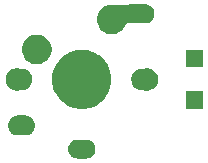
<source format=gbr>
G04 #@! TF.GenerationSoftware,KiCad,Pcbnew,(5.1.4)-1*
G04 #@! TF.CreationDate,2023-05-20T19:36:27-04:00*
G04 #@! TF.ProjectId,Sample,53616d70-6c65-42e6-9b69-6361645f7063,rev?*
G04 #@! TF.SameCoordinates,Original*
G04 #@! TF.FileFunction,Soldermask,Bot*
G04 #@! TF.FilePolarity,Negative*
%FSLAX46Y46*%
G04 Gerber Fmt 4.6, Leading zero omitted, Abs format (unit mm)*
G04 Created by KiCad (PCBNEW (5.1.4)-1) date 2023-05-20 19:36:27*
%MOMM*%
%LPD*%
G04 APERTURE LIST*
%ADD10C,0.100000*%
G04 APERTURE END LIST*
D10*
G36*
X129809821Y-100352863D02*
G01*
X129888273Y-100360590D01*
X129988932Y-100391125D01*
X130039263Y-100406392D01*
X130178415Y-100480771D01*
X130300383Y-100580867D01*
X130400479Y-100702835D01*
X130474858Y-100841987D01*
X130474858Y-100841988D01*
X130520660Y-100992977D01*
X130536125Y-101150000D01*
X130520660Y-101307023D01*
X130490125Y-101407682D01*
X130474858Y-101458013D01*
X130400479Y-101597165D01*
X130300383Y-101719133D01*
X130178415Y-101819229D01*
X130039263Y-101893608D01*
X129988932Y-101908875D01*
X129888273Y-101939410D01*
X129809821Y-101947137D01*
X129770596Y-101951000D01*
X128991904Y-101951000D01*
X128952679Y-101947137D01*
X128874227Y-101939410D01*
X128773568Y-101908875D01*
X128723237Y-101893608D01*
X128584085Y-101819229D01*
X128462117Y-101719133D01*
X128362021Y-101597165D01*
X128287642Y-101458013D01*
X128272375Y-101407682D01*
X128241840Y-101307023D01*
X128226375Y-101150000D01*
X128241840Y-100992977D01*
X128287642Y-100841988D01*
X128287642Y-100841987D01*
X128362021Y-100702835D01*
X128462117Y-100580867D01*
X128584085Y-100480771D01*
X128723237Y-100406392D01*
X128773568Y-100391125D01*
X128874227Y-100360590D01*
X128952679Y-100352863D01*
X128991904Y-100349000D01*
X129770596Y-100349000D01*
X129809821Y-100352863D01*
X129809821Y-100352863D01*
G37*
G36*
X124748073Y-98311313D02*
G01*
X124908492Y-98359976D01*
X125041156Y-98430886D01*
X125056328Y-98438996D01*
X125185909Y-98545341D01*
X125292254Y-98674922D01*
X125292255Y-98674924D01*
X125371274Y-98822758D01*
X125419937Y-98983177D01*
X125436367Y-99150000D01*
X125419937Y-99316823D01*
X125371274Y-99477242D01*
X125300364Y-99609906D01*
X125292254Y-99625078D01*
X125185909Y-99754659D01*
X125056328Y-99861004D01*
X125056326Y-99861005D01*
X124908492Y-99940024D01*
X124748073Y-99988687D01*
X124623054Y-100001000D01*
X123939446Y-100001000D01*
X123814427Y-99988687D01*
X123654008Y-99940024D01*
X123506174Y-99861005D01*
X123506172Y-99861004D01*
X123376591Y-99754659D01*
X123270246Y-99625078D01*
X123262136Y-99609906D01*
X123191226Y-99477242D01*
X123142563Y-99316823D01*
X123126133Y-99150000D01*
X123142563Y-98983177D01*
X123191226Y-98822758D01*
X123270245Y-98674924D01*
X123270246Y-98674922D01*
X123376591Y-98545341D01*
X123506172Y-98438996D01*
X123521344Y-98430886D01*
X123654008Y-98359976D01*
X123814427Y-98311313D01*
X123939446Y-98299000D01*
X124623054Y-98299000D01*
X124748073Y-98311313D01*
X124748073Y-98311313D01*
G37*
G36*
X139607250Y-97776000D02*
G01*
X138205250Y-97776000D01*
X138205250Y-96274000D01*
X139607250Y-96274000D01*
X139607250Y-97776000D01*
X139607250Y-97776000D01*
G37*
G36*
X129869171Y-92797056D02*
G01*
X130110765Y-92845112D01*
X130565918Y-93033643D01*
X130627668Y-93074903D01*
X130975544Y-93307346D01*
X131323904Y-93655706D01*
X131432761Y-93818623D01*
X131597607Y-94065332D01*
X131786138Y-94520485D01*
X131882250Y-95003673D01*
X131882250Y-95496327D01*
X131786138Y-95979515D01*
X131694396Y-96201000D01*
X131597608Y-96434666D01*
X131323904Y-96844294D01*
X130975544Y-97192654D01*
X130669019Y-97397467D01*
X130565918Y-97466357D01*
X130110765Y-97654888D01*
X129869171Y-97702944D01*
X129627578Y-97751000D01*
X129134922Y-97751000D01*
X128893329Y-97702944D01*
X128651735Y-97654888D01*
X128196582Y-97466357D01*
X128093481Y-97397467D01*
X127786956Y-97192654D01*
X127438596Y-96844294D01*
X127164892Y-96434666D01*
X127068104Y-96201000D01*
X126976362Y-95979515D01*
X126880250Y-95496327D01*
X126880250Y-95003673D01*
X126976362Y-94520485D01*
X127164893Y-94065332D01*
X127329739Y-93818623D01*
X127438596Y-93655706D01*
X127786956Y-93307346D01*
X128134832Y-93074903D01*
X128196582Y-93033643D01*
X128651735Y-92845112D01*
X128893329Y-92797056D01*
X129134922Y-92749000D01*
X129627578Y-92749000D01*
X129869171Y-92797056D01*
X129869171Y-92797056D01*
G37*
G36*
X135158645Y-94335546D02*
G01*
X135331716Y-94407234D01*
X135331717Y-94407235D01*
X135487477Y-94511310D01*
X135619940Y-94643773D01*
X135619941Y-94643775D01*
X135724016Y-94799534D01*
X135795704Y-94972605D01*
X135832250Y-95156333D01*
X135832250Y-95343667D01*
X135795704Y-95527395D01*
X135724016Y-95700466D01*
X135724015Y-95700467D01*
X135619940Y-95856227D01*
X135487477Y-95988690D01*
X135409068Y-96041081D01*
X135331716Y-96092766D01*
X135158645Y-96164454D01*
X134974917Y-96201000D01*
X134787583Y-96201000D01*
X134603855Y-96164454D01*
X134594345Y-96160515D01*
X134570896Y-96153402D01*
X134546510Y-96151000D01*
X134372508Y-96151000D01*
X134347738Y-96146073D01*
X134198438Y-96116376D01*
X134034466Y-96048456D01*
X133886896Y-95949853D01*
X133761397Y-95824354D01*
X133662794Y-95676784D01*
X133594874Y-95512812D01*
X133560250Y-95338741D01*
X133560250Y-95161259D01*
X133594874Y-94987188D01*
X133662794Y-94823216D01*
X133761397Y-94675646D01*
X133886896Y-94550147D01*
X134034466Y-94451544D01*
X134198438Y-94383624D01*
X134347738Y-94353927D01*
X134372508Y-94349000D01*
X134546510Y-94349000D01*
X134570896Y-94346598D01*
X134594345Y-94339485D01*
X134603855Y-94335546D01*
X134787583Y-94299000D01*
X134974917Y-94299000D01*
X135158645Y-94335546D01*
X135158645Y-94335546D01*
G37*
G36*
X124158645Y-94335546D02*
G01*
X124168155Y-94339485D01*
X124191604Y-94346598D01*
X124215990Y-94349000D01*
X124389992Y-94349000D01*
X124414762Y-94353927D01*
X124564062Y-94383624D01*
X124728034Y-94451544D01*
X124875604Y-94550147D01*
X125001103Y-94675646D01*
X125099706Y-94823216D01*
X125167626Y-94987188D01*
X125202250Y-95161259D01*
X125202250Y-95338741D01*
X125167626Y-95512812D01*
X125099706Y-95676784D01*
X125001103Y-95824354D01*
X124875604Y-95949853D01*
X124728034Y-96048456D01*
X124564062Y-96116376D01*
X124414762Y-96146073D01*
X124389992Y-96151000D01*
X124215990Y-96151000D01*
X124191604Y-96153402D01*
X124168155Y-96160515D01*
X124158645Y-96164454D01*
X123974917Y-96201000D01*
X123787583Y-96201000D01*
X123603855Y-96164454D01*
X123430784Y-96092766D01*
X123353432Y-96041081D01*
X123275023Y-95988690D01*
X123142560Y-95856227D01*
X123038485Y-95700467D01*
X123038484Y-95700466D01*
X122966796Y-95527395D01*
X122930250Y-95343667D01*
X122930250Y-95156333D01*
X122966796Y-94972605D01*
X123038484Y-94799534D01*
X123142559Y-94643775D01*
X123142560Y-94643773D01*
X123275023Y-94511310D01*
X123430783Y-94407235D01*
X123430784Y-94407234D01*
X123603855Y-94335546D01*
X123787583Y-94299000D01*
X123974917Y-94299000D01*
X124158645Y-94335546D01*
X124158645Y-94335546D01*
G37*
G36*
X139607250Y-94226000D02*
G01*
X138205250Y-94226000D01*
X138205250Y-92724000D01*
X139607250Y-92724000D01*
X139607250Y-94226000D01*
X139607250Y-94226000D01*
G37*
G36*
X125936153Y-91507075D02*
G01*
X126163821Y-91601378D01*
X126368716Y-91738285D01*
X126542965Y-91912534D01*
X126679872Y-92117429D01*
X126774175Y-92345097D01*
X126822250Y-92586787D01*
X126822250Y-92833213D01*
X126774175Y-93074903D01*
X126679872Y-93302571D01*
X126542965Y-93507466D01*
X126368716Y-93681715D01*
X126163821Y-93818622D01*
X126163820Y-93818623D01*
X126163819Y-93818623D01*
X125936153Y-93912925D01*
X125694464Y-93961000D01*
X125448036Y-93961000D01*
X125206347Y-93912925D01*
X124978681Y-93818623D01*
X124978680Y-93818623D01*
X124978679Y-93818622D01*
X124773784Y-93681715D01*
X124599535Y-93507466D01*
X124462628Y-93302571D01*
X124368325Y-93074903D01*
X124320250Y-92833213D01*
X124320250Y-92586787D01*
X124368325Y-92345097D01*
X124462628Y-92117429D01*
X124599535Y-91912534D01*
X124773784Y-91738285D01*
X124978679Y-91601378D01*
X125206347Y-91507075D01*
X125448036Y-91459000D01*
X125694464Y-91459000D01*
X125936153Y-91507075D01*
X125936153Y-91507075D01*
G37*
G36*
X134793034Y-88898275D02*
G01*
X134881365Y-88906196D01*
X135032747Y-88950679D01*
X135032750Y-88950680D01*
X135172543Y-89023840D01*
X135295382Y-89122870D01*
X135396537Y-89243957D01*
X135396538Y-89243959D01*
X135472128Y-89382457D01*
X135519246Y-89533041D01*
X135519246Y-89533045D01*
X135536081Y-89689922D01*
X135521986Y-89847073D01*
X135477504Y-89998458D01*
X135452211Y-90046787D01*
X135404342Y-90138254D01*
X135305314Y-90261090D01*
X135263131Y-90296329D01*
X135184223Y-90362248D01*
X135045726Y-90437837D01*
X134962258Y-90463954D01*
X134895142Y-90484955D01*
X134895141Y-90484955D01*
X134895138Y-90484956D01*
X134777572Y-90497572D01*
X133823733Y-90505895D01*
X133216428Y-90511195D01*
X133192064Y-90513809D01*
X133168678Y-90521127D01*
X133147169Y-90532866D01*
X133128363Y-90548576D01*
X133112984Y-90567653D01*
X133102035Y-90588354D01*
X133029872Y-90762571D01*
X132892965Y-90967466D01*
X132718716Y-91141715D01*
X132513821Y-91278622D01*
X132513820Y-91278623D01*
X132513819Y-91278623D01*
X132286153Y-91372925D01*
X132044464Y-91421000D01*
X131798036Y-91421000D01*
X131556347Y-91372925D01*
X131328681Y-91278623D01*
X131328680Y-91278623D01*
X131328679Y-91278622D01*
X131123784Y-91141715D01*
X130949535Y-90967466D01*
X130812628Y-90762571D01*
X130718325Y-90534903D01*
X130670250Y-90293213D01*
X130670250Y-90046787D01*
X130718325Y-89805097D01*
X130749731Y-89729275D01*
X130812627Y-89577431D01*
X130842285Y-89533045D01*
X130949535Y-89372534D01*
X131123784Y-89198285D01*
X131328679Y-89061378D01*
X131339367Y-89056951D01*
X131419304Y-89023840D01*
X131494941Y-88992510D01*
X131506984Y-88986750D01*
X131516859Y-88981360D01*
X131531970Y-88976632D01*
X131542473Y-88972822D01*
X131556347Y-88967075D01*
X131566711Y-88965013D01*
X131579651Y-88961712D01*
X131667441Y-88934243D01*
X131779057Y-88922265D01*
X131790103Y-88920578D01*
X131798037Y-88919000D01*
X132056574Y-88919000D01*
X132059066Y-88919235D01*
X134763590Y-88895634D01*
X134763591Y-88895634D01*
X134793034Y-88898275D01*
X134793034Y-88898275D01*
G37*
M02*

</source>
